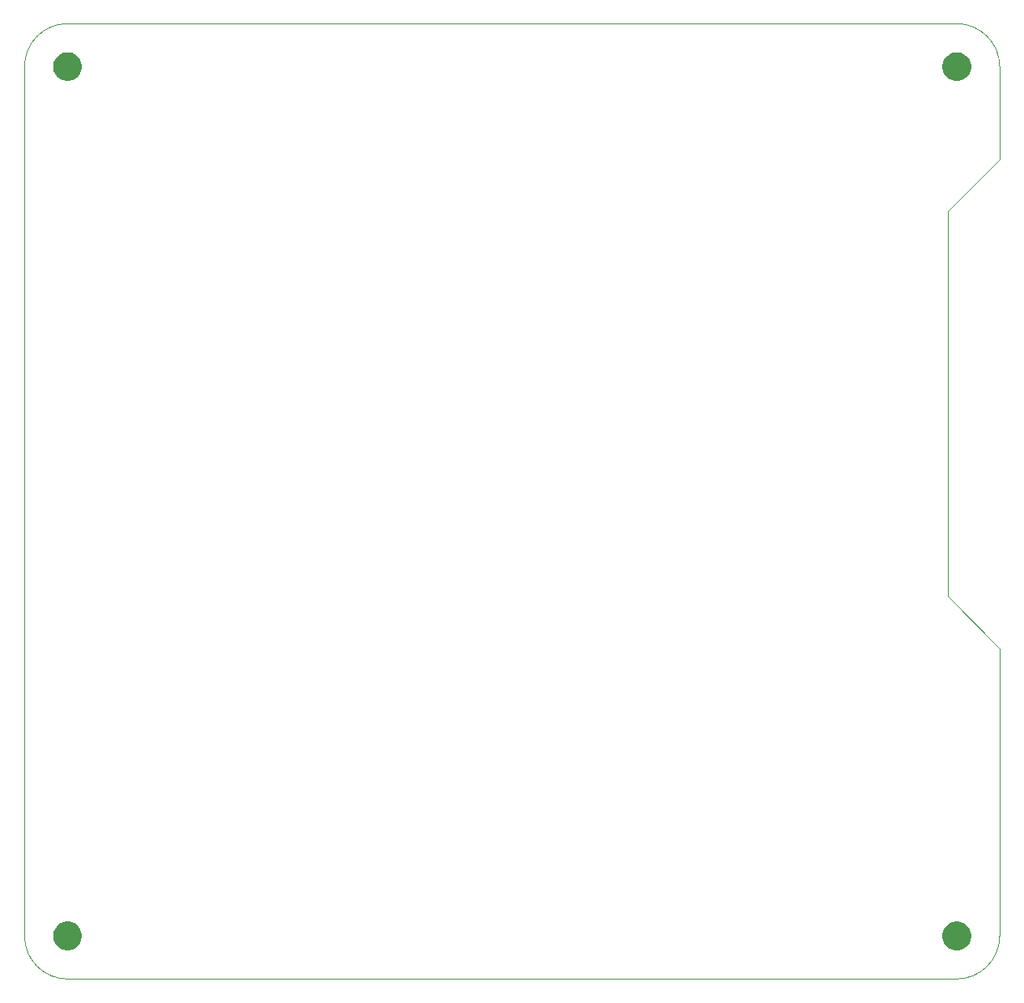
<source format=gbr>
%TF.GenerationSoftware,Altium Limited,Altium Designer,21.6.4 (81)*%
G04 Layer_Color=0*
%FSLAX43Y43*%
%MOMM*%
%TF.SameCoordinates,6460C9BA-4ACB-47D4-91E6-0B69D92CFE26*%
%TF.FilePolarity,Positive*%
%TF.FileFunction,Profile,NP*%
%TF.Part,Single*%
G01*
G75*
%TA.AperFunction,Profile*%
%ADD53C,0.025*%
G36*
X3000Y95500D02*
Y95352D01*
X3058Y95062D01*
X3171Y94789D01*
X3335Y94544D01*
X3544Y94335D01*
X3789Y94171D01*
X4062Y94058D01*
X4352Y94000D01*
X4500D01*
X4648D01*
X4938Y94058D01*
X5211Y94171D01*
X5456Y94335D01*
X5665Y94544D01*
X5829Y94789D01*
X5942Y95062D01*
X6000Y95352D01*
Y95500D01*
Y95648D01*
X5942Y95938D01*
X5829Y96211D01*
X5665Y96456D01*
X5456Y96665D01*
X5211Y96829D01*
X4938Y96942D01*
X4648Y97000D01*
X4500D01*
X4352D01*
X4062Y96942D01*
X3789Y96829D01*
X3544Y96665D01*
X3335Y96456D01*
X3171Y96211D01*
X3058Y95938D01*
X3000Y95648D01*
Y95500D01*
D01*
D02*
G37*
G36*
X96000D02*
Y95352D01*
X96058Y95062D01*
X96171Y94789D01*
X96335Y94544D01*
X96544Y94335D01*
X96789Y94171D01*
X97062Y94058D01*
X97352Y94000D01*
X97500D01*
X97648D01*
X97938Y94058D01*
X98211Y94171D01*
X98456Y94335D01*
X98665Y94544D01*
X98829Y94789D01*
X98942Y95062D01*
X99000Y95352D01*
Y95500D01*
Y95648D01*
X98942Y95938D01*
X98829Y96211D01*
X98665Y96456D01*
X98456Y96665D01*
X98211Y96829D01*
X97938Y96942D01*
X97648Y97000D01*
X97500D01*
X97352D01*
X97062Y96942D01*
X96789Y96829D01*
X96544Y96665D01*
X96335Y96456D01*
X96171Y96211D01*
X96058Y95938D01*
X96000Y95648D01*
Y95500D01*
D01*
D02*
G37*
G36*
Y4500D02*
Y4352D01*
X96058Y4062D01*
X96171Y3789D01*
X96335Y3544D01*
X96544Y3335D01*
X96789Y3171D01*
X97062Y3058D01*
X97352Y3000D01*
X97500D01*
X97648D01*
X97938Y3058D01*
X98211Y3171D01*
X98456Y3335D01*
X98665Y3544D01*
X98829Y3789D01*
X98942Y4062D01*
X99000Y4352D01*
Y4500D01*
Y4648D01*
X98942Y4938D01*
X98829Y5211D01*
X98665Y5456D01*
X98456Y5665D01*
X98211Y5829D01*
X97938Y5942D01*
X97648Y6000D01*
X97500D01*
X97352D01*
X97062Y5942D01*
X96789Y5829D01*
X96544Y5665D01*
X96335Y5456D01*
X96171Y5211D01*
X96058Y4938D01*
X96000Y4648D01*
Y4500D01*
D01*
D02*
G37*
G36*
X3000D02*
Y4352D01*
X3058Y4062D01*
X3171Y3789D01*
X3335Y3544D01*
X3544Y3335D01*
X3789Y3171D01*
X4062Y3058D01*
X4352Y3000D01*
X4500D01*
X4648D01*
X4938Y3058D01*
X5211Y3171D01*
X5456Y3335D01*
X5665Y3544D01*
X5829Y3789D01*
X5942Y4062D01*
X6000Y4352D01*
Y4500D01*
Y4648D01*
X5942Y4938D01*
X5829Y5211D01*
X5665Y5456D01*
X5456Y5665D01*
X5211Y5829D01*
X4938Y5942D01*
X4648Y6000D01*
X4500D01*
X4352D01*
X4062Y5942D01*
X3789Y5829D01*
X3544Y5665D01*
X3335Y5456D01*
X3171Y5211D01*
X3058Y4938D01*
X3000Y4648D01*
Y4500D01*
D01*
D02*
G37*
D53*
X-0D02*
X-0Y95500D01*
D02*
G02*
X4500Y100000I4500J-0D01*
G01*
X97500Y100000D01*
D02*
G02*
X102000Y95500I-0J-4500D01*
G01*
Y85800D01*
X96550Y80350D01*
Y40050D01*
X102000Y34600D01*
X102000Y4500D01*
D02*
G02*
X97500Y-0I-4500J-0D01*
G01*
X4500Y-0D01*
D02*
G02*
X-0Y4500I0J4500D01*
G01*
%TF.MD5,bf77603157701bf654e7c46ae30a895d*%
M02*

</source>
